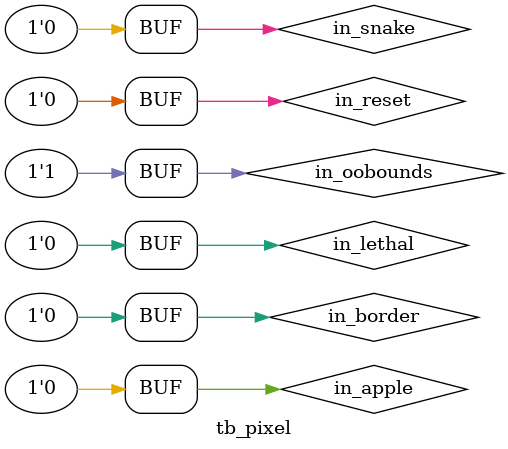
<source format=v>
`timescale 1ns / 1ps


module tb_pixel;

	// Inputs
	reg in_reset;
	reg in_snake;
	reg in_apple;
	reg in_border;
	reg in_lethal;
	reg in_oobounds;

	// Outputs
	wire [2:0] out_VGA_R;
	wire [2:0] out_VGA_G;
	wire [1:0] out_VGA_B;

	// Instantiate the Unit Under Test (UUT)
	pixel_logic uut (
		.in_reset(in_reset), 
		.in_snake(in_snake), 
		.in_apple(in_apple), 
		.in_border(in_border), 
		.in_lethal(in_lethal), 
		.in_oobounds(in_oobounds), 
		.out_VGA_R(out_VGA_R), 
		.out_VGA_G(out_VGA_G), 
		.out_VGA_B(out_VGA_B)
	);

	initial begin
		// Initialize Inputs
		in_reset = 1;
		in_snake = 0;
		in_apple = 0;
		in_border = 0;
		in_lethal = 0;
		in_oobounds = 0;

		// Wait 100 ns for global reset to finish
		#100;
        in_reset = 0;
        
		// Add stimulus here
        #100;
        in_snake = 1;
		in_apple = 0;
		in_border = 0;
		in_lethal = 0;
		in_oobounds = 0;
        
        #100;
        in_snake = 0;
		in_apple = 1;
		in_border = 0;
		in_lethal = 0;
		in_oobounds = 0;
        
        #100;
        in_snake = 0;
		in_apple = 0;
		in_border = 1;
		in_lethal = 0;
		in_oobounds = 0;
        
        #100;
        in_snake = 0;
		in_apple = 0;
		in_border = 0;
		in_lethal = 0;
		in_oobounds = 1;
        
        #100;
        in_lethal = 1;
        
        #100
        in_snake = 1;
		in_apple = 0;
		in_border = 0;
		in_lethal = 0;
		in_oobounds = 0;
        
        #100;
        in_snake = 0;
		in_apple = 0;
		in_border = 0;
		in_lethal = 0;
		in_oobounds = 1;

	end
      
endmodule


</source>
